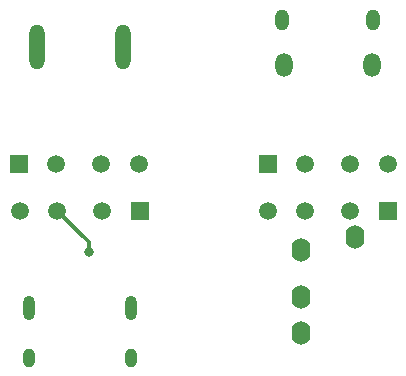
<source format=gbr>
G04 #@! TF.GenerationSoftware,KiCad,Pcbnew,(5.0.2)-1*
G04 #@! TF.CreationDate,2019-03-04T21:41:52+07:00*
G04 #@! TF.ProjectId,adapter,61646170-7465-4722-9e6b-696361645f70,rev?*
G04 #@! TF.SameCoordinates,Original*
G04 #@! TF.FileFunction,Copper,L2,Bot*
G04 #@! TF.FilePolarity,Positive*
%FSLAX46Y46*%
G04 Gerber Fmt 4.6, Leading zero omitted, Abs format (unit mm)*
G04 Created by KiCad (PCBNEW (5.0.2)-1) date 3/4/2019 9:41:52 PM*
%MOMM*%
%LPD*%
G01*
G04 APERTURE LIST*
G04 #@! TA.AperFunction,ComponentPad*
%ADD10C,1.500000*%
G04 #@! TD*
G04 #@! TA.AperFunction,ComponentPad*
%ADD11R,1.500000X1.500000*%
G04 #@! TD*
G04 #@! TA.AperFunction,ComponentPad*
%ADD12O,1.450000X2.000000*%
G04 #@! TD*
G04 #@! TA.AperFunction,ComponentPad*
%ADD13O,1.150000X1.800000*%
G04 #@! TD*
G04 #@! TA.AperFunction,ComponentPad*
%ADD14O,1.300000X3.800000*%
G04 #@! TD*
G04 #@! TA.AperFunction,ComponentPad*
%ADD15O,1.000000X1.600000*%
G04 #@! TD*
G04 #@! TA.AperFunction,ComponentPad*
%ADD16O,1.000000X2.100000*%
G04 #@! TD*
G04 #@! TA.AperFunction,ComponentPad*
%ADD17O,1.600000X2.000000*%
G04 #@! TD*
G04 #@! TA.AperFunction,ViaPad*
%ADD18C,0.800000*%
G04 #@! TD*
G04 #@! TA.AperFunction,Conductor*
%ADD19C,0.310000*%
G04 #@! TD*
G04 APERTURE END LIST*
D10*
G04 #@! TO.P,,1*
G04 #@! TO.N,N/C*
X29985000Y-28500000D03*
X26810000Y-28500000D03*
X23000000Y-28500000D03*
D11*
X19825000Y-28500000D03*
G04 #@! TD*
D10*
G04 #@! TO.P,,1*
G04 #@! TO.N,N/C*
X51080000Y-28500000D03*
X47905000Y-28500000D03*
X44095000Y-28500000D03*
D11*
X40920000Y-28500000D03*
G04 #@! TD*
D10*
G04 #@! TO.P,,1*
G04 #@! TO.N,N/C*
X19920000Y-32500000D03*
X23095000Y-32500000D03*
X26905000Y-32500000D03*
D11*
X30080000Y-32500000D03*
G04 #@! TD*
D12*
G04 #@! TO.P,Micro USB,6*
G04 #@! TO.N,N/C*
X49725000Y-20100000D03*
X42275000Y-20100000D03*
D13*
X49875000Y-16300000D03*
X42125000Y-16300000D03*
G04 #@! TD*
D14*
G04 #@! TO.P,Mini USB,6*
G04 #@! TO.N,N/C*
X21350000Y-18600000D03*
X28650000Y-18600000D03*
G04 #@! TD*
D15*
G04 #@! TO.P,,S1*
G04 #@! TO.N,N/C*
X29320000Y-44900000D03*
X20680000Y-44900000D03*
D16*
X29320000Y-40720000D03*
X20680000Y-40720000D03*
G04 #@! TD*
D17*
G04 #@! TO.P,,3*
G04 #@! TO.N,N/C*
X43700000Y-39800000D03*
G04 #@! TO.P,,4*
X43700000Y-42800000D03*
G04 #@! TO.P,,2*
X43700000Y-35800000D03*
G04 #@! TO.P,,1*
X48300000Y-34700000D03*
G04 #@! TD*
D11*
G04 #@! TO.P,,1*
G04 #@! TO.N,N/C*
X51080000Y-32500000D03*
D10*
X47905000Y-32500000D03*
X44095000Y-32500000D03*
X40920000Y-32500000D03*
G04 #@! TD*
D18*
G04 #@! TO.N,*
X25750000Y-36000000D03*
G04 #@! TD*
D19*
G04 #@! TO.N,*
X25750000Y-35155000D02*
X23095000Y-32500000D01*
X25750000Y-36000000D02*
X25750000Y-35155000D01*
G04 #@! TD*
M02*

</source>
